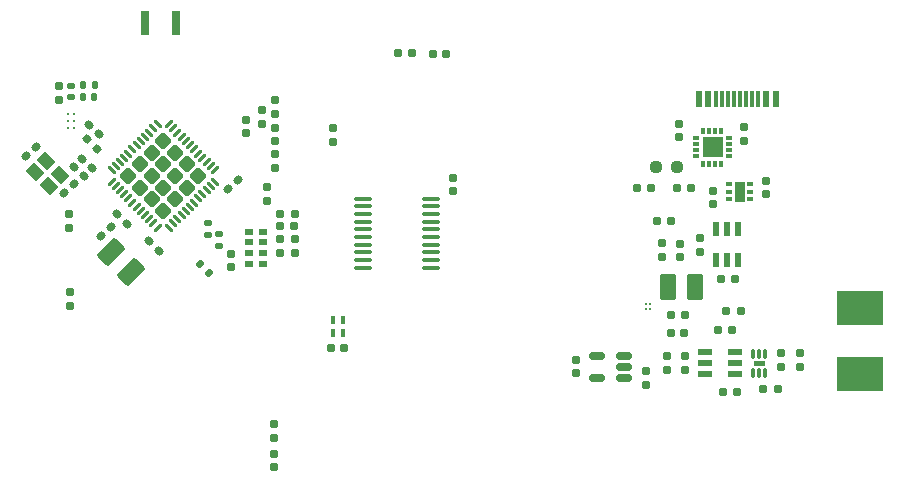
<source format=gtp>
G04 #@! TF.GenerationSoftware,KiCad,Pcbnew,8.0.4*
G04 #@! TF.CreationDate,2024-09-20T11:31:12-05:00*
G04 #@! TF.ProjectId,spudglo_driver_v8p0,73707564-676c-46f5-9f64-72697665725f,rev?*
G04 #@! TF.SameCoordinates,Original*
G04 #@! TF.FileFunction,Paste,Top*
G04 #@! TF.FilePolarity,Positive*
%FSLAX46Y46*%
G04 Gerber Fmt 4.6, Leading zero omitted, Abs format (unit mm)*
G04 Created by KiCad (PCBNEW 8.0.4) date 2024-09-20 11:31:12*
%MOMM*%
%LPD*%
G01*
G04 APERTURE LIST*
G04 Aperture macros list*
%AMRoundRect*
0 Rectangle with rounded corners*
0 $1 Rounding radius*
0 $2 $3 $4 $5 $6 $7 $8 $9 X,Y pos of 4 corners*
0 Add a 4 corners polygon primitive as box body*
4,1,4,$2,$3,$4,$5,$6,$7,$8,$9,$2,$3,0*
0 Add four circle primitives for the rounded corners*
1,1,$1+$1,$2,$3*
1,1,$1+$1,$4,$5*
1,1,$1+$1,$6,$7*
1,1,$1+$1,$8,$9*
0 Add four rect primitives between the rounded corners*
20,1,$1+$1,$2,$3,$4,$5,0*
20,1,$1+$1,$4,$5,$6,$7,0*
20,1,$1+$1,$6,$7,$8,$9,0*
20,1,$1+$1,$8,$9,$2,$3,0*%
%AMRotRect*
0 Rectangle, with rotation*
0 The origin of the aperture is its center*
0 $1 length*
0 $2 width*
0 $3 Rotation angle, in degrees counterclockwise*
0 Add horizontal line*
21,1,$1,$2,0,0,$3*%
G04 Aperture macros list end*
%ADD10C,0.010000*%
%ADD11R,0.355600X0.711200*%
%ADD12RoundRect,0.160000X-0.044194X-0.270468X0.270468X0.044194X0.044194X0.270468X-0.270468X-0.044194X0*%
%ADD13RoundRect,0.072500X0.532500X0.217500X-0.532500X0.217500X-0.532500X-0.217500X0.532500X-0.217500X0*%
%ADD14RoundRect,0.155000X-0.259862X0.040659X0.040659X-0.259862X0.259862X-0.040659X-0.040659X0.259862X0*%
%ADD15RoundRect,0.155000X0.155000X-0.212500X0.155000X0.212500X-0.155000X0.212500X-0.155000X-0.212500X0*%
%ADD16RoundRect,0.155000X0.212500X0.155000X-0.212500X0.155000X-0.212500X-0.155000X0.212500X-0.155000X0*%
%ADD17RoundRect,0.155000X-0.155000X0.212500X-0.155000X-0.212500X0.155000X-0.212500X0.155000X0.212500X0*%
%ADD18RoundRect,0.160000X0.160000X-0.197500X0.160000X0.197500X-0.160000X0.197500X-0.160000X-0.197500X0*%
%ADD19RoundRect,0.250000X0.000000X0.445477X-0.445477X0.000000X0.000000X-0.445477X0.445477X0.000000X0*%
%ADD20RoundRect,0.062500X0.220971X0.309359X-0.309359X-0.220971X-0.220971X-0.309359X0.309359X0.220971X0*%
%ADD21RoundRect,0.062500X-0.220971X0.309359X-0.309359X0.220971X0.220971X-0.309359X0.309359X-0.220971X0*%
%ADD22RoundRect,0.250001X0.928076X0.274004X0.274004X0.928076X-0.928076X-0.274004X-0.274004X-0.928076X0*%
%ADD23R,4.000000X3.000000*%
%ADD24RoundRect,0.160000X-0.197500X-0.160000X0.197500X-0.160000X0.197500X0.160000X-0.197500X0.160000X0*%
%ADD25RoundRect,0.160000X0.197500X0.160000X-0.197500X0.160000X-0.197500X-0.160000X0.197500X-0.160000X0*%
%ADD26RoundRect,0.237500X-0.250000X-0.237500X0.250000X-0.237500X0.250000X0.237500X-0.250000X0.237500X0*%
%ADD27RoundRect,0.155000X0.259862X-0.040659X-0.040659X0.259862X-0.259862X0.040659X0.040659X-0.259862X0*%
%ADD28R,0.203200X0.203200*%
%ADD29RoundRect,0.147500X0.172500X-0.147500X0.172500X0.147500X-0.172500X0.147500X-0.172500X-0.147500X0*%
%ADD30RoundRect,0.155000X0.040659X0.259862X-0.259862X-0.040659X-0.040659X-0.259862X0.259862X0.040659X0*%
%ADD31R,0.620000X1.220000*%
%ADD32RoundRect,0.155000X-0.212500X-0.155000X0.212500X-0.155000X0.212500X0.155000X-0.212500X0.155000X0*%
%ADD33RoundRect,0.160000X-0.160000X0.197500X-0.160000X-0.197500X0.160000X-0.197500X0.160000X0.197500X0*%
%ADD34RoundRect,0.147500X0.147500X0.172500X-0.147500X0.172500X-0.147500X-0.172500X0.147500X-0.172500X0*%
%ADD35R,0.600000X1.450000*%
%ADD36R,0.300000X1.450000*%
%ADD37RoundRect,0.155000X-0.040659X-0.259862X0.259862X0.040659X0.040659X0.259862X-0.259862X-0.040659X0*%
%ADD38R,0.470000X0.400000*%
%ADD39R,0.950000X1.700000*%
%ADD40R,0.625000X0.300000*%
%ADD41R,0.300000X0.625000*%
%ADD42R,1.700000X1.700000*%
%ADD43RoundRect,0.250001X0.462499X0.849999X-0.462499X0.849999X-0.462499X-0.849999X0.462499X-0.849999X0*%
%ADD44RoundRect,0.160000X0.252791X-0.026517X-0.026517X0.252791X-0.252791X0.026517X0.026517X-0.252791X0*%
%ADD45RotRect,1.000000X1.200000X225.000000*%
%ADD46RoundRect,0.135000X0.226274X0.035355X0.035355X0.226274X-0.226274X-0.035355X-0.035355X-0.226274X0*%
%ADD47RoundRect,0.135000X0.185000X-0.135000X0.185000X0.135000X-0.185000X0.135000X-0.185000X-0.135000X0*%
%ADD48C,0.203200*%
%ADD49RoundRect,0.033750X-0.101250X0.346250X-0.101250X-0.346250X0.101250X-0.346250X0.101250X0.346250X0*%
%ADD50RoundRect,0.150000X0.512500X0.150000X-0.512500X0.150000X-0.512500X-0.150000X0.512500X-0.150000X0*%
%ADD51RoundRect,0.100000X-0.637500X-0.100000X0.637500X-0.100000X0.637500X0.100000X-0.637500X0.100000X0*%
%ADD52R,0.800000X0.500000*%
%ADD53R,0.800000X2.000000*%
G04 APERTURE END LIST*
D10*
X131760000Y-164740000D02*
X130960000Y-164740000D01*
X130960000Y-164420000D01*
X131760000Y-164420000D01*
X131760000Y-164740000D01*
G36*
X131760000Y-164740000D02*
G01*
X130960000Y-164740000D01*
X130960000Y-164420000D01*
X131760000Y-164420000D01*
X131760000Y-164740000D01*
G37*
D11*
X96109998Y-162040000D03*
X95310000Y-162040000D03*
X95310000Y-160941602D03*
X96109998Y-160941602D03*
D12*
X75695181Y-153834819D03*
X76504819Y-153025181D03*
D13*
X129300000Y-165490000D03*
X129300000Y-164540000D03*
X129300000Y-163590000D03*
X126790000Y-163590000D03*
X126790000Y-164540000D03*
X126790000Y-165490000D03*
D14*
X79751283Y-154231283D03*
X80553849Y-155033849D03*
D15*
X125080000Y-165127500D03*
X125080000Y-163992500D03*
D16*
X96235000Y-163280000D03*
X95100000Y-163280000D03*
D17*
X86680000Y-155312500D03*
X86680000Y-156447500D03*
D18*
X134820000Y-164885000D03*
X134820000Y-163690000D03*
D19*
X83899747Y-148719949D03*
X82909798Y-147730000D03*
X81919848Y-146740050D03*
X80929899Y-145750101D03*
X82909798Y-149709898D03*
X81919848Y-148719949D03*
X80929899Y-147730000D03*
X79939950Y-146740050D03*
X81919848Y-150699848D03*
X80929899Y-149709898D03*
X79939950Y-148719949D03*
X78950000Y-147730000D03*
X80929899Y-151689797D03*
X79939950Y-150699848D03*
X78950000Y-149709898D03*
X77960051Y-148719949D03*
D20*
X85305122Y-148233813D03*
X84951569Y-147880260D03*
X84598015Y-147526706D03*
X84244462Y-147173153D03*
X83890909Y-146819600D03*
X83537355Y-146466046D03*
X83183802Y-146112493D03*
X82830248Y-145758939D03*
X82476695Y-145405386D03*
X82123141Y-145051833D03*
X81769588Y-144698279D03*
X81416035Y-144344726D03*
D21*
X80443763Y-144344726D03*
X80090210Y-144698279D03*
X79736656Y-145051833D03*
X79383103Y-145405386D03*
X79029550Y-145758939D03*
X78675996Y-146112493D03*
X78322443Y-146466046D03*
X77968889Y-146819600D03*
X77615336Y-147173153D03*
X77261783Y-147526707D03*
X76908229Y-147880260D03*
X76554676Y-148233813D03*
D20*
X76554676Y-149206085D03*
X76908229Y-149559638D03*
X77261783Y-149913192D03*
X77615336Y-150266745D03*
X77968889Y-150620298D03*
X78322443Y-150973852D03*
X78675996Y-151327405D03*
X79029550Y-151680959D03*
X79383103Y-152034512D03*
X79736657Y-152388065D03*
X80090210Y-152741619D03*
X80443763Y-153095172D03*
D21*
X81416035Y-153095172D03*
X81769588Y-152741619D03*
X82123142Y-152388065D03*
X82476695Y-152034512D03*
X82830248Y-151680959D03*
X83183802Y-151327405D03*
X83537355Y-150973852D03*
X83890909Y-150620298D03*
X84244462Y-150266745D03*
X84598015Y-149913191D03*
X84951569Y-149559638D03*
X85305122Y-149206085D03*
D17*
X95280000Y-144680000D03*
X95280000Y-145815000D03*
D22*
X78174024Y-156834024D03*
X76530000Y-155190000D03*
D17*
X121811250Y-165243750D03*
X121811250Y-166378750D03*
D15*
X133270000Y-164880000D03*
X133270000Y-163745000D03*
D18*
X90400000Y-143460000D03*
X90400000Y-142265000D03*
D15*
X72920000Y-153115000D03*
X72920000Y-151980000D03*
D17*
X126380000Y-153995000D03*
X126380000Y-155130000D03*
D16*
X129325001Y-157439998D03*
X128190001Y-157439998D03*
D23*
X139960000Y-159880000D03*
X139960000Y-165480000D03*
D24*
X131750000Y-166790000D03*
X132945000Y-166790000D03*
D15*
X87950000Y-145110000D03*
X87950000Y-143975000D03*
D25*
X129065000Y-161750000D03*
X127870000Y-161750000D03*
D26*
X122627500Y-147980000D03*
X124452500Y-147980000D03*
D24*
X100805000Y-138320000D03*
X102000000Y-138320000D03*
D27*
X75452566Y-145182566D03*
X74650000Y-144380000D03*
D25*
X121040000Y-149700000D03*
X122235000Y-149700000D03*
D16*
X104885000Y-138360000D03*
X103750000Y-138360000D03*
D28*
X72870000Y-143503001D03*
X72870000Y-144090000D03*
X72870000Y-144676999D03*
X73378000Y-144676999D03*
X73378000Y-144090000D03*
X73378000Y-143503001D03*
D29*
X73150000Y-142050000D03*
X73150000Y-141080000D03*
D27*
X74202566Y-148762566D03*
X73400000Y-147960000D03*
D30*
X73351283Y-149398717D03*
X72548717Y-150201283D03*
D31*
X129600000Y-153240000D03*
X128650000Y-153240000D03*
X127700000Y-153240000D03*
X127700000Y-155840000D03*
X128650000Y-155840000D03*
X129600000Y-155840000D03*
D32*
X122772500Y-152560000D03*
X123907500Y-152560000D03*
D18*
X123540000Y-165137500D03*
X123540000Y-163942500D03*
D25*
X125625000Y-149700000D03*
X124430000Y-149700000D03*
D33*
X90820000Y-154030000D03*
X90820000Y-155225000D03*
D15*
X123150000Y-155565000D03*
X123150000Y-154430000D03*
D33*
X90330000Y-169735000D03*
X90330000Y-170930000D03*
D34*
X75110000Y-141010000D03*
X74140000Y-141010000D03*
D16*
X129475000Y-167040000D03*
X128340000Y-167040000D03*
D15*
X90330000Y-173370000D03*
X90330000Y-172235000D03*
D33*
X92050000Y-154070000D03*
X92050000Y-155265000D03*
D34*
X75105000Y-142010000D03*
X74135000Y-142010000D03*
D32*
X123920000Y-162000000D03*
X125055000Y-162000000D03*
D25*
X92045000Y-151970000D03*
X90850000Y-151970000D03*
D17*
X124620000Y-145455000D03*
X124620000Y-144320000D03*
D18*
X90430000Y-148080000D03*
X90430000Y-146885000D03*
D14*
X77048717Y-151958717D03*
X77851283Y-152761283D03*
D35*
X132770000Y-142185000D03*
X131970000Y-142185000D03*
D36*
X130770000Y-142185000D03*
X129770000Y-142185000D03*
X129270000Y-142185000D03*
X128270000Y-142185000D03*
D35*
X127070000Y-142185000D03*
X126270000Y-142185000D03*
X126270000Y-142185000D03*
X127070000Y-142185000D03*
D36*
X127770001Y-142185000D03*
X128770000Y-142185000D03*
X130270000Y-142185000D03*
X131269999Y-142185000D03*
D35*
X131970000Y-142185000D03*
X132770000Y-142185000D03*
D17*
X131980000Y-149122500D03*
X131980000Y-150257500D03*
D37*
X69348717Y-147051283D03*
X70151283Y-146248717D03*
D24*
X123890000Y-160460000D03*
X125085000Y-160460000D03*
D27*
X74882566Y-148052566D03*
X74080000Y-147250000D03*
D38*
X130635000Y-150690001D03*
X130634999Y-150040001D03*
X130635000Y-149390001D03*
X128805000Y-149390001D03*
X128805000Y-150040001D03*
X128805000Y-150690001D03*
D39*
X129720000Y-150040000D03*
D33*
X89720000Y-149645000D03*
X89720000Y-150840000D03*
D40*
X126052306Y-145530000D03*
X126052306Y-146030000D03*
X126052306Y-146530000D03*
X126052306Y-147030000D03*
D41*
X126659806Y-147697500D03*
X127159806Y-147697500D03*
X127659806Y-147697500D03*
X128159806Y-147697500D03*
D40*
X128827305Y-147030000D03*
X128827305Y-146530000D03*
X128827305Y-146030000D03*
X128827306Y-145530000D03*
D41*
X128159807Y-144922500D03*
X127659806Y-144922500D03*
X127159806Y-144922500D03*
X126659805Y-144922500D03*
D42*
X127434806Y-146305000D03*
D15*
X90410000Y-145780000D03*
X90410000Y-144645000D03*
D25*
X92035000Y-152980000D03*
X90840000Y-152980000D03*
D43*
X125950000Y-158110000D03*
X123625000Y-158110000D03*
D44*
X75280000Y-146420000D03*
X74435008Y-145575008D03*
D45*
X72179239Y-148640761D03*
X70977158Y-147438680D03*
X70057919Y-148357919D03*
X71260000Y-149560000D03*
D46*
X84801248Y-156911248D03*
X84080000Y-156190000D03*
D33*
X73050000Y-158500000D03*
X73050000Y-159695000D03*
D47*
X85660000Y-154610000D03*
X85660000Y-153590002D03*
D37*
X86450000Y-149820000D03*
X87252566Y-149017434D03*
D15*
X115901250Y-165436250D03*
X115901250Y-164301250D03*
X89320000Y-144305000D03*
X89320000Y-143170000D03*
D48*
X121763600Y-159990000D03*
X121763600Y-159583600D03*
X122170000Y-159990000D03*
X122170000Y-159583600D03*
D25*
X129807500Y-160190000D03*
X128612500Y-160190000D03*
D33*
X72120000Y-141130000D03*
X72120000Y-142325000D03*
D47*
X84700000Y-153689998D03*
X84700000Y-152670000D03*
D49*
X131860000Y-163800000D03*
X131360000Y-163800000D03*
X130860000Y-163800000D03*
X130860000Y-165360000D03*
X131360000Y-165360000D03*
X131860000Y-165360000D03*
D50*
X119938750Y-165831250D03*
X119938750Y-164881250D03*
X119938750Y-163931250D03*
X117663750Y-163931250D03*
X117663750Y-165831250D03*
D51*
X97832499Y-150636396D03*
X97832499Y-151286396D03*
X97832499Y-151936396D03*
X97832499Y-152586396D03*
X97832499Y-153236396D03*
X97832499Y-153886396D03*
X97832499Y-154536396D03*
X97832499Y-155186396D03*
X97832499Y-155836396D03*
X97832499Y-156486396D03*
X103557499Y-156486396D03*
X103557499Y-155836396D03*
X103557499Y-155186396D03*
X103557499Y-154536396D03*
X103557499Y-153886396D03*
X103557499Y-153236396D03*
X103557499Y-152586396D03*
X103557499Y-151936396D03*
X103557499Y-151286396D03*
X103557499Y-150636396D03*
D52*
X88200000Y-153440000D03*
X88200000Y-154340000D03*
X88200000Y-155240000D03*
X88200000Y-156140000D03*
X89399999Y-156140000D03*
X89399999Y-155240000D03*
X89400000Y-154340000D03*
X89400000Y-153440000D03*
D53*
X79345000Y-135740000D03*
X82045000Y-135740000D03*
D17*
X127470000Y-149952500D03*
X127470000Y-151087500D03*
D15*
X124700000Y-155595000D03*
X124700000Y-154460000D03*
X105424999Y-150028896D03*
X105424999Y-148893896D03*
X130140000Y-145717500D03*
X130140000Y-144582500D03*
M02*

</source>
